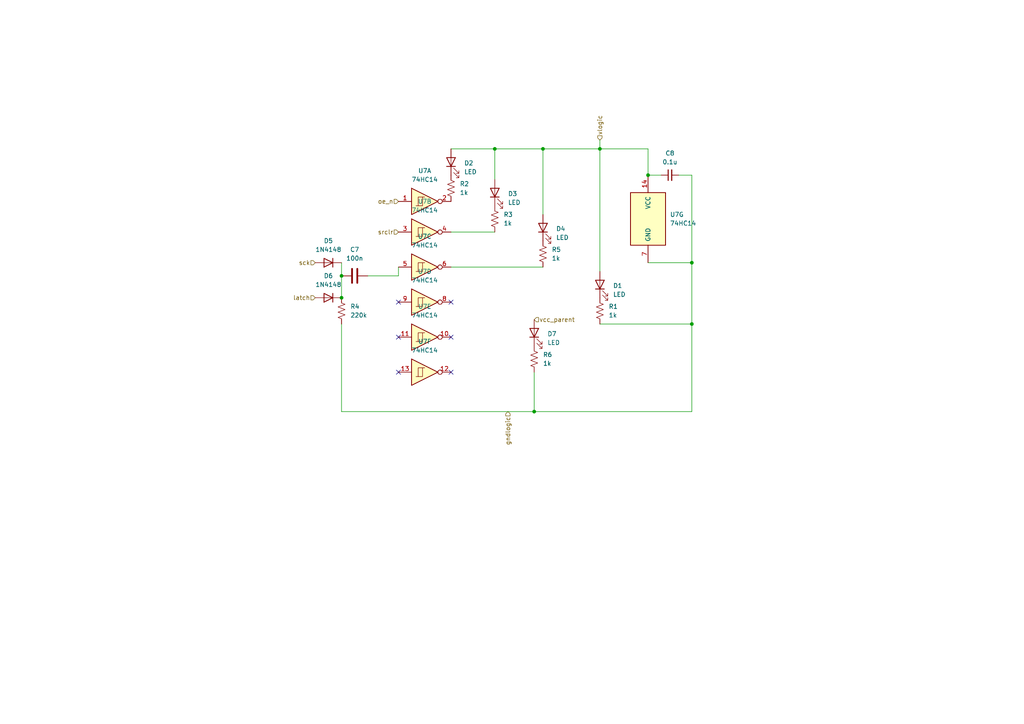
<source format=kicad_sch>
(kicad_sch
	(version 20250114)
	(generator "eeschema")
	(generator_version "9.0")
	(uuid "79caab6b-a392-4d6d-8cd2-2bb6a5da76da")
	(paper "A4")
	(lib_symbols
		(symbol "74xx:74HC14"
			(pin_names
				(offset 1.016)
			)
			(exclude_from_sim no)
			(in_bom yes)
			(on_board yes)
			(property "Reference" "U"
				(at 0 1.27 0)
				(effects
					(font
						(size 1.27 1.27)
					)
				)
			)
			(property "Value" "74HC14"
				(at 0 -1.27 0)
				(effects
					(font
						(size 1.27 1.27)
					)
				)
			)
			(property "Footprint" ""
				(at 0 0 0)
				(effects
					(font
						(size 1.27 1.27)
					)
					(hide yes)
				)
			)
			(property "Datasheet" "http://www.ti.com/lit/gpn/sn74HC14"
				(at 0 0 0)
				(effects
					(font
						(size 1.27 1.27)
					)
					(hide yes)
				)
			)
			(property "Description" "Hex inverter schmitt trigger"
				(at 0 0 0)
				(effects
					(font
						(size 1.27 1.27)
					)
					(hide yes)
				)
			)
			(property "ki_locked" ""
				(at 0 0 0)
				(effects
					(font
						(size 1.27 1.27)
					)
				)
			)
			(property "ki_keywords" "HCMOS not inverter"
				(at 0 0 0)
				(effects
					(font
						(size 1.27 1.27)
					)
					(hide yes)
				)
			)
			(property "ki_fp_filters" "DIP*W7.62mm*"
				(at 0 0 0)
				(effects
					(font
						(size 1.27 1.27)
					)
					(hide yes)
				)
			)
			(symbol "74HC14_1_0"
				(polyline
					(pts
						(xy -3.81 3.81) (xy -3.81 -3.81) (xy 3.81 0) (xy -3.81 3.81)
					)
					(stroke
						(width 0.254)
						(type default)
					)
					(fill
						(type background)
					)
				)
				(pin input line
					(at -7.62 0 0)
					(length 3.81)
					(name "~"
						(effects
							(font
								(size 1.27 1.27)
							)
						)
					)
					(number "1"
						(effects
							(font
								(size 1.27 1.27)
							)
						)
					)
				)
				(pin output inverted
					(at 7.62 0 180)
					(length 3.81)
					(name "~"
						(effects
							(font
								(size 1.27 1.27)
							)
						)
					)
					(number "2"
						(effects
							(font
								(size 1.27 1.27)
							)
						)
					)
				)
			)
			(symbol "74HC14_1_1"
				(polyline
					(pts
						(xy -2.54 -1.27) (xy -0.635 -1.27) (xy -0.635 1.27) (xy 0 1.27)
					)
					(stroke
						(width 0)
						(type default)
					)
					(fill
						(type none)
					)
				)
				(polyline
					(pts
						(xy -1.905 -1.27) (xy -1.905 1.27) (xy -0.635 1.27)
					)
					(stroke
						(width 0)
						(type default)
					)
					(fill
						(type none)
					)
				)
			)
			(symbol "74HC14_2_0"
				(polyline
					(pts
						(xy -3.81 3.81) (xy -3.81 -3.81) (xy 3.81 0) (xy -3.81 3.81)
					)
					(stroke
						(width 0.254)
						(type default)
					)
					(fill
						(type background)
					)
				)
				(pin input line
					(at -7.62 0 0)
					(length 3.81)
					(name "~"
						(effects
							(font
								(size 1.27 1.27)
							)
						)
					)
					(number "3"
						(effects
							(font
								(size 1.27 1.27)
							)
						)
					)
				)
				(pin output inverted
					(at 7.62 0 180)
					(length 3.81)
					(name "~"
						(effects
							(font
								(size 1.27 1.27)
							)
						)
					)
					(number "4"
						(effects
							(font
								(size 1.27 1.27)
							)
						)
					)
				)
			)
			(symbol "74HC14_2_1"
				(polyline
					(pts
						(xy -2.54 -1.27) (xy -0.635 -1.27) (xy -0.635 1.27) (xy 0 1.27)
					)
					(stroke
						(width 0)
						(type default)
					)
					(fill
						(type none)
					)
				)
				(polyline
					(pts
						(xy -1.905 -1.27) (xy -1.905 1.27) (xy -0.635 1.27)
					)
					(stroke
						(width 0)
						(type default)
					)
					(fill
						(type none)
					)
				)
			)
			(symbol "74HC14_3_0"
				(polyline
					(pts
						(xy -3.81 3.81) (xy -3.81 -3.81) (xy 3.81 0) (xy -3.81 3.81)
					)
					(stroke
						(width 0.254)
						(type default)
					)
					(fill
						(type background)
					)
				)
				(pin input line
					(at -7.62 0 0)
					(length 3.81)
					(name "~"
						(effects
							(font
								(size 1.27 1.27)
							)
						)
					)
					(number "5"
						(effects
							(font
								(size 1.27 1.27)
							)
						)
					)
				)
				(pin output inverted
					(at 7.62 0 180)
					(length 3.81)
					(name "~"
						(effects
							(font
								(size 1.27 1.27)
							)
						)
					)
					(number "6"
						(effects
							(font
								(size 1.27 1.27)
							)
						)
					)
				)
			)
			(symbol "74HC14_3_1"
				(polyline
					(pts
						(xy -2.54 -1.27) (xy -0.635 -1.27) (xy -0.635 1.27) (xy 0 1.27)
					)
					(stroke
						(width 0)
						(type default)
					)
					(fill
						(type none)
					)
				)
				(polyline
					(pts
						(xy -1.905 -1.27) (xy -1.905 1.27) (xy -0.635 1.27)
					)
					(stroke
						(width 0)
						(type default)
					)
					(fill
						(type none)
					)
				)
			)
			(symbol "74HC14_4_0"
				(polyline
					(pts
						(xy -3.81 3.81) (xy -3.81 -3.81) (xy 3.81 0) (xy -3.81 3.81)
					)
					(stroke
						(width 0.254)
						(type default)
					)
					(fill
						(type background)
					)
				)
				(pin input line
					(at -7.62 0 0)
					(length 3.81)
					(name "~"
						(effects
							(font
								(size 1.27 1.27)
							)
						)
					)
					(number "9"
						(effects
							(font
								(size 1.27 1.27)
							)
						)
					)
				)
				(pin output inverted
					(at 7.62 0 180)
					(length 3.81)
					(name "~"
						(effects
							(font
								(size 1.27 1.27)
							)
						)
					)
					(number "8"
						(effects
							(font
								(size 1.27 1.27)
							)
						)
					)
				)
			)
			(symbol "74HC14_4_1"
				(polyline
					(pts
						(xy -2.54 -1.27) (xy -0.635 -1.27) (xy -0.635 1.27) (xy 0 1.27)
					)
					(stroke
						(width 0)
						(type default)
					)
					(fill
						(type none)
					)
				)
				(polyline
					(pts
						(xy -1.905 -1.27) (xy -1.905 1.27) (xy -0.635 1.27)
					)
					(stroke
						(width 0)
						(type default)
					)
					(fill
						(type none)
					)
				)
			)
			(symbol "74HC14_5_0"
				(polyline
					(pts
						(xy -3.81 3.81) (xy -3.81 -3.81) (xy 3.81 0) (xy -3.81 3.81)
					)
					(stroke
						(width 0.254)
						(type default)
					)
					(fill
						(type background)
					)
				)
				(pin input line
					(at -7.62 0 0)
					(length 3.81)
					(name "~"
						(effects
							(font
								(size 1.27 1.27)
							)
						)
					)
					(number "11"
						(effects
							(font
								(size 1.27 1.27)
							)
						)
					)
				)
				(pin output inverted
					(at 7.62 0 180)
					(length 3.81)
					(name "~"
						(effects
							(font
								(size 1.27 1.27)
							)
						)
					)
					(number "10"
						(effects
							(font
								(size 1.27 1.27)
							)
						)
					)
				)
			)
			(symbol "74HC14_5_1"
				(polyline
					(pts
						(xy -2.54 -1.27) (xy -0.635 -1.27) (xy -0.635 1.27) (xy 0 1.27)
					)
					(stroke
						(width 0)
						(type default)
					)
					(fill
						(type none)
					)
				)
				(polyline
					(pts
						(xy -1.905 -1.27) (xy -1.905 1.27) (xy -0.635 1.27)
					)
					(stroke
						(width 0)
						(type default)
					)
					(fill
						(type none)
					)
				)
			)
			(symbol "74HC14_6_0"
				(polyline
					(pts
						(xy -3.81 3.81) (xy -3.81 -3.81) (xy 3.81 0) (xy -3.81 3.81)
					)
					(stroke
						(width 0.254)
						(type default)
					)
					(fill
						(type background)
					)
				)
				(pin input line
					(at -7.62 0 0)
					(length 3.81)
					(name "~"
						(effects
							(font
								(size 1.27 1.27)
							)
						)
					)
					(number "13"
						(effects
							(font
								(size 1.27 1.27)
							)
						)
					)
				)
				(pin output inverted
					(at 7.62 0 180)
					(length 3.81)
					(name "~"
						(effects
							(font
								(size 1.27 1.27)
							)
						)
					)
					(number "12"
						(effects
							(font
								(size 1.27 1.27)
							)
						)
					)
				)
			)
			(symbol "74HC14_6_1"
				(polyline
					(pts
						(xy -2.54 -1.27) (xy -0.635 -1.27) (xy -0.635 1.27) (xy 0 1.27)
					)
					(stroke
						(width 0)
						(type default)
					)
					(fill
						(type none)
					)
				)
				(polyline
					(pts
						(xy -1.905 -1.27) (xy -1.905 1.27) (xy -0.635 1.27)
					)
					(stroke
						(width 0)
						(type default)
					)
					(fill
						(type none)
					)
				)
			)
			(symbol "74HC14_7_0"
				(pin power_in line
					(at 0 12.7 270)
					(length 5.08)
					(name "VCC"
						(effects
							(font
								(size 1.27 1.27)
							)
						)
					)
					(number "14"
						(effects
							(font
								(size 1.27 1.27)
							)
						)
					)
				)
				(pin power_in line
					(at 0 -12.7 90)
					(length 5.08)
					(name "GND"
						(effects
							(font
								(size 1.27 1.27)
							)
						)
					)
					(number "7"
						(effects
							(font
								(size 1.27 1.27)
							)
						)
					)
				)
			)
			(symbol "74HC14_7_1"
				(rectangle
					(start -5.08 7.62)
					(end 5.08 -7.62)
					(stroke
						(width 0.254)
						(type default)
					)
					(fill
						(type background)
					)
				)
			)
			(embedded_fonts no)
		)
		(symbol "Device:C"
			(pin_numbers
				(hide yes)
			)
			(pin_names
				(offset 0.254)
			)
			(exclude_from_sim no)
			(in_bom yes)
			(on_board yes)
			(property "Reference" "C"
				(at 0.635 2.54 0)
				(effects
					(font
						(size 1.27 1.27)
					)
					(justify left)
				)
			)
			(property "Value" "C"
				(at 0.635 -2.54 0)
				(effects
					(font
						(size 1.27 1.27)
					)
					(justify left)
				)
			)
			(property "Footprint" ""
				(at 0.9652 -3.81 0)
				(effects
					(font
						(size 1.27 1.27)
					)
					(hide yes)
				)
			)
			(property "Datasheet" "~"
				(at 0 0 0)
				(effects
					(font
						(size 1.27 1.27)
					)
					(hide yes)
				)
			)
			(property "Description" "Unpolarized capacitor"
				(at 0 0 0)
				(effects
					(font
						(size 1.27 1.27)
					)
					(hide yes)
				)
			)
			(property "ki_keywords" "cap capacitor"
				(at 0 0 0)
				(effects
					(font
						(size 1.27 1.27)
					)
					(hide yes)
				)
			)
			(property "ki_fp_filters" "C_*"
				(at 0 0 0)
				(effects
					(font
						(size 1.27 1.27)
					)
					(hide yes)
				)
			)
			(symbol "C_0_1"
				(polyline
					(pts
						(xy -2.032 0.762) (xy 2.032 0.762)
					)
					(stroke
						(width 0.508)
						(type default)
					)
					(fill
						(type none)
					)
				)
				(polyline
					(pts
						(xy -2.032 -0.762) (xy 2.032 -0.762)
					)
					(stroke
						(width 0.508)
						(type default)
					)
					(fill
						(type none)
					)
				)
			)
			(symbol "C_1_1"
				(pin passive line
					(at 0 3.81 270)
					(length 2.794)
					(name "~"
						(effects
							(font
								(size 1.27 1.27)
							)
						)
					)
					(number "1"
						(effects
							(font
								(size 1.27 1.27)
							)
						)
					)
				)
				(pin passive line
					(at 0 -3.81 90)
					(length 2.794)
					(name "~"
						(effects
							(font
								(size 1.27 1.27)
							)
						)
					)
					(number "2"
						(effects
							(font
								(size 1.27 1.27)
							)
						)
					)
				)
			)
			(embedded_fonts no)
		)
		(symbol "Device:C_Small"
			(pin_numbers
				(hide yes)
			)
			(pin_names
				(offset 0.254)
				(hide yes)
			)
			(exclude_from_sim no)
			(in_bom yes)
			(on_board yes)
			(property "Reference" "C"
				(at 0.254 1.778 0)
				(effects
					(font
						(size 1.27 1.27)
					)
					(justify left)
				)
			)
			(property "Value" "C_Small"
				(at 0.254 -2.032 0)
				(effects
					(font
						(size 1.27 1.27)
					)
					(justify left)
				)
			)
			(property "Footprint" ""
				(at 0 0 0)
				(effects
					(font
						(size 1.27 1.27)
					)
					(hide yes)
				)
			)
			(property "Datasheet" "~"
				(at 0 0 0)
				(effects
					(font
						(size 1.27 1.27)
					)
					(hide yes)
				)
			)
			(property "Description" "Unpolarized capacitor, small symbol"
				(at 0 0 0)
				(effects
					(font
						(size 1.27 1.27)
					)
					(hide yes)
				)
			)
			(property "ki_keywords" "capacitor cap"
				(at 0 0 0)
				(effects
					(font
						(size 1.27 1.27)
					)
					(hide yes)
				)
			)
			(property "ki_fp_filters" "C_*"
				(at 0 0 0)
				(effects
					(font
						(size 1.27 1.27)
					)
					(hide yes)
				)
			)
			(symbol "C_Small_0_1"
				(polyline
					(pts
						(xy -1.524 0.508) (xy 1.524 0.508)
					)
					(stroke
						(width 0.3048)
						(type default)
					)
					(fill
						(type none)
					)
				)
				(polyline
					(pts
						(xy -1.524 -0.508) (xy 1.524 -0.508)
					)
					(stroke
						(width 0.3302)
						(type default)
					)
					(fill
						(type none)
					)
				)
			)
			(symbol "C_Small_1_1"
				(pin passive line
					(at 0 2.54 270)
					(length 2.032)
					(name "~"
						(effects
							(font
								(size 1.27 1.27)
							)
						)
					)
					(number "1"
						(effects
							(font
								(size 1.27 1.27)
							)
						)
					)
				)
				(pin passive line
					(at 0 -2.54 90)
					(length 2.032)
					(name "~"
						(effects
							(font
								(size 1.27 1.27)
							)
						)
					)
					(number "2"
						(effects
							(font
								(size 1.27 1.27)
							)
						)
					)
				)
			)
			(embedded_fonts no)
		)
		(symbol "Device:D"
			(pin_numbers
				(hide yes)
			)
			(pin_names
				(offset 1.016)
				(hide yes)
			)
			(exclude_from_sim no)
			(in_bom yes)
			(on_board yes)
			(property "Reference" "D"
				(at 0 2.54 0)
				(effects
					(font
						(size 1.27 1.27)
					)
				)
			)
			(property "Value" "D"
				(at 0 -2.54 0)
				(effects
					(font
						(size 1.27 1.27)
					)
				)
			)
			(property "Footprint" ""
				(at 0 0 0)
				(effects
					(font
						(size 1.27 1.27)
					)
					(hide yes)
				)
			)
			(property "Datasheet" "~"
				(at 0 0 0)
				(effects
					(font
						(size 1.27 1.27)
					)
					(hide yes)
				)
			)
			(property "Description" "Diode"
				(at 0 0 0)
				(effects
					(font
						(size 1.27 1.27)
					)
					(hide yes)
				)
			)
			(property "Sim.Device" "D"
				(at 0 0 0)
				(effects
					(font
						(size 1.27 1.27)
					)
					(hide yes)
				)
			)
			(property "Sim.Pins" "1=K 2=A"
				(at 0 0 0)
				(effects
					(font
						(size 1.27 1.27)
					)
					(hide yes)
				)
			)
			(property "ki_keywords" "diode"
				(at 0 0 0)
				(effects
					(font
						(size 1.27 1.27)
					)
					(hide yes)
				)
			)
			(property "ki_fp_filters" "TO-???* *_Diode_* *SingleDiode* D_*"
				(at 0 0 0)
				(effects
					(font
						(size 1.27 1.27)
					)
					(hide yes)
				)
			)
			(symbol "D_0_1"
				(polyline
					(pts
						(xy -1.27 1.27) (xy -1.27 -1.27)
					)
					(stroke
						(width 0.254)
						(type default)
					)
					(fill
						(type none)
					)
				)
				(polyline
					(pts
						(xy 1.27 1.27) (xy 1.27 -1.27) (xy -1.27 0) (xy 1.27 1.27)
					)
					(stroke
						(width 0.254)
						(type default)
					)
					(fill
						(type none)
					)
				)
				(polyline
					(pts
						(xy 1.27 0) (xy -1.27 0)
					)
					(stroke
						(width 0)
						(type default)
					)
					(fill
						(type none)
					)
				)
			)
			(symbol "D_1_1"
				(pin passive line
					(at -3.81 0 0)
					(length 2.54)
					(name "K"
						(effects
							(font
								(size 1.27 1.27)
							)
						)
					)
					(number "1"
						(effects
							(font
								(size 1.27 1.27)
							)
						)
					)
				)
				(pin passive line
					(at 3.81 0 180)
					(length 2.54)
					(name "A"
						(effects
							(font
								(size 1.27 1.27)
							)
						)
					)
					(number "2"
						(effects
							(font
								(size 1.27 1.27)
							)
						)
					)
				)
			)
			(embedded_fonts no)
		)
		(symbol "Device:LED"
			(pin_numbers
				(hide yes)
			)
			(pin_names
				(offset 1.016)
				(hide yes)
			)
			(exclude_from_sim no)
			(in_bom yes)
			(on_board yes)
			(property "Reference" "D"
				(at 0 2.54 0)
				(effects
					(font
						(size 1.27 1.27)
					)
				)
			)
			(property "Value" "LED"
				(at 0 -2.54 0)
				(effects
					(font
						(size 1.27 1.27)
					)
				)
			)
			(property "Footprint" ""
				(at 0 0 0)
				(effects
					(font
						(size 1.27 1.27)
					)
					(hide yes)
				)
			)
			(property "Datasheet" "~"
				(at 0 0 0)
				(effects
					(font
						(size 1.27 1.27)
					)
					(hide yes)
				)
			)
			(property "Description" "Light emitting diode"
				(at 0 0 0)
				(effects
					(font
						(size 1.27 1.27)
					)
					(hide yes)
				)
			)
			(property "Sim.Pins" "1=K 2=A"
				(at 0 0 0)
				(effects
					(font
						(size 1.27 1.27)
					)
					(hide yes)
				)
			)
			(property "ki_keywords" "LED diode"
				(at 0 0 0)
				(effects
					(font
						(size 1.27 1.27)
					)
					(hide yes)
				)
			)
			(property "ki_fp_filters" "LED* LED_SMD:* LED_THT:*"
				(at 0 0 0)
				(effects
					(font
						(size 1.27 1.27)
					)
					(hide yes)
				)
			)
			(symbol "LED_0_1"
				(polyline
					(pts
						(xy -3.048 -0.762) (xy -4.572 -2.286) (xy -3.81 -2.286) (xy -4.572 -2.286) (xy -4.572 -1.524)
					)
					(stroke
						(width 0)
						(type default)
					)
					(fill
						(type none)
					)
				)
				(polyline
					(pts
						(xy -1.778 -0.762) (xy -3.302 -2.286) (xy -2.54 -2.286) (xy -3.302 -2.286) (xy -3.302 -1.524)
					)
					(stroke
						(width 0)
						(type default)
					)
					(fill
						(type none)
					)
				)
				(polyline
					(pts
						(xy -1.27 0) (xy 1.27 0)
					)
					(stroke
						(width 0)
						(type default)
					)
					(fill
						(type none)
					)
				)
				(polyline
					(pts
						(xy -1.27 -1.27) (xy -1.27 1.27)
					)
					(stroke
						(width 0.254)
						(type default)
					)
					(fill
						(type none)
					)
				)
				(polyline
					(pts
						(xy 1.27 -1.27) (xy 1.27 1.27) (xy -1.27 0) (xy 1.27 -1.27)
					)
					(stroke
						(width 0.254)
						(type default)
					)
					(fill
						(type none)
					)
				)
			)
			(symbol "LED_1_1"
				(pin passive line
					(at -3.81 0 0)
					(length 2.54)
					(name "K"
						(effects
							(font
								(size 1.27 1.27)
							)
						)
					)
					(number "1"
						(effects
							(font
								(size 1.27 1.27)
							)
						)
					)
				)
				(pin passive line
					(at 3.81 0 180)
					(length 2.54)
					(name "A"
						(effects
							(font
								(size 1.27 1.27)
							)
						)
					)
					(number "2"
						(effects
							(font
								(size 1.27 1.27)
							)
						)
					)
				)
			)
			(embedded_fonts no)
		)
		(symbol "Device:R_US"
			(pin_numbers
				(hide yes)
			)
			(pin_names
				(offset 0)
			)
			(exclude_from_sim no)
			(in_bom yes)
			(on_board yes)
			(property "Reference" "R"
				(at 2.54 0 90)
				(effects
					(font
						(size 1.27 1.27)
					)
				)
			)
			(property "Value" "R_US"
				(at -2.54 0 90)
				(effects
					(font
						(size 1.27 1.27)
					)
				)
			)
			(property "Footprint" ""
				(at 1.016 -0.254 90)
				(effects
					(font
						(size 1.27 1.27)
					)
					(hide yes)
				)
			)
			(property "Datasheet" "~"
				(at 0 0 0)
				(effects
					(font
						(size 1.27 1.27)
					)
					(hide yes)
				)
			)
			(property "Description" "Resistor, US symbol"
				(at 0 0 0)
				(effects
					(font
						(size 1.27 1.27)
					)
					(hide yes)
				)
			)
			(property "ki_keywords" "R res resistor"
				(at 0 0 0)
				(effects
					(font
						(size 1.27 1.27)
					)
					(hide yes)
				)
			)
			(property "ki_fp_filters" "R_*"
				(at 0 0 0)
				(effects
					(font
						(size 1.27 1.27)
					)
					(hide yes)
				)
			)
			(symbol "R_US_0_1"
				(polyline
					(pts
						(xy 0 2.286) (xy 0 2.54)
					)
					(stroke
						(width 0)
						(type default)
					)
					(fill
						(type none)
					)
				)
				(polyline
					(pts
						(xy 0 2.286) (xy 1.016 1.905) (xy 0 1.524) (xy -1.016 1.143) (xy 0 0.762)
					)
					(stroke
						(width 0)
						(type default)
					)
					(fill
						(type none)
					)
				)
				(polyline
					(pts
						(xy 0 0.762) (xy 1.016 0.381) (xy 0 0) (xy -1.016 -0.381) (xy 0 -0.762)
					)
					(stroke
						(width 0)
						(type default)
					)
					(fill
						(type none)
					)
				)
				(polyline
					(pts
						(xy 0 -0.762) (xy 1.016 -1.143) (xy 0 -1.524) (xy -1.016 -1.905) (xy 0 -2.286)
					)
					(stroke
						(width 0)
						(type default)
					)
					(fill
						(type none)
					)
				)
				(polyline
					(pts
						(xy 0 -2.286) (xy 0 -2.54)
					)
					(stroke
						(width 0)
						(type default)
					)
					(fill
						(type none)
					)
				)
			)
			(symbol "R_US_1_1"
				(pin passive line
					(at 0 3.81 270)
					(length 1.27)
					(name "~"
						(effects
							(font
								(size 1.27 1.27)
							)
						)
					)
					(number "1"
						(effects
							(font
								(size 1.27 1.27)
							)
						)
					)
				)
				(pin passive line
					(at 0 -3.81 90)
					(length 1.27)
					(name "~"
						(effects
							(font
								(size 1.27 1.27)
							)
						)
					)
					(number "2"
						(effects
							(font
								(size 1.27 1.27)
							)
						)
					)
				)
			)
			(embedded_fonts no)
		)
	)
	(junction
		(at 154.94 119.38)
		(diameter 0)
		(color 0 0 0 0)
		(uuid "23e77b8e-4c34-45c8-b2ec-d74e877d08e8")
	)
	(junction
		(at 200.66 76.2)
		(diameter 0)
		(color 0 0 0 0)
		(uuid "26d9c5c3-8b07-46e9-b68d-b9eefd107e48")
	)
	(junction
		(at 99.06 80.01)
		(diameter 0)
		(color 0 0 0 0)
		(uuid "27d7a4d0-a66c-4a69-b3a3-67d6c2cca9d6")
	)
	(junction
		(at 99.06 86.36)
		(diameter 0)
		(color 0 0 0 0)
		(uuid "393cd93f-7d56-4867-a56d-f13e54667524")
	)
	(junction
		(at 157.48 43.18)
		(diameter 0)
		(color 0 0 0 0)
		(uuid "6370ad5c-502d-4373-a818-7073b0f9e13e")
	)
	(junction
		(at 173.99 43.18)
		(diameter 0)
		(color 0 0 0 0)
		(uuid "65aa9979-862c-4cde-9ad6-9f3ce40edf75")
	)
	(junction
		(at 187.96 50.8)
		(diameter 0)
		(color 0 0 0 0)
		(uuid "78d227bb-2d57-4e3a-b867-dd8d827272b4")
	)
	(junction
		(at 143.51 43.18)
		(diameter 0)
		(color 0 0 0 0)
		(uuid "d446d1d7-1b38-4c96-a459-f0483fdb9822")
	)
	(junction
		(at 200.66 93.98)
		(diameter 0)
		(color 0 0 0 0)
		(uuid "ff326060-2079-43be-95c0-7955d2e1a992")
	)
	(no_connect
		(at 130.81 87.63)
		(uuid "26a1080f-9999-468c-bc42-59302b3b0688")
	)
	(no_connect
		(at 130.81 107.95)
		(uuid "51e77038-1d41-48f2-882d-6e53bf5ceff3")
	)
	(no_connect
		(at 115.57 97.79)
		(uuid "e2a91cfb-2e6a-4e63-a52d-3f684d9d690d")
	)
	(no_connect
		(at 115.57 87.63)
		(uuid "e8affea0-b004-4c3d-9ffd-dc8eb0f282d5")
	)
	(no_connect
		(at 115.57 107.95)
		(uuid "fa2d1e34-0e71-4c3c-867e-e85a45b3e169")
	)
	(no_connect
		(at 130.81 97.79)
		(uuid "fd9f1d91-8f4a-4927-b29d-fdbcebfbe383")
	)
	(wire
		(pts
			(xy 143.51 43.18) (xy 157.48 43.18)
		)
		(stroke
			(width 0)
			(type default)
		)
		(uuid "07af8cfb-d8c2-4534-a96c-7616862bbf2a")
	)
	(wire
		(pts
			(xy 99.06 119.38) (xy 154.94 119.38)
		)
		(stroke
			(width 0)
			(type default)
		)
		(uuid "0c251793-2be8-4593-9777-bf23d19e6315")
	)
	(wire
		(pts
			(xy 157.48 43.18) (xy 157.48 62.23)
		)
		(stroke
			(width 0)
			(type default)
		)
		(uuid "1332c195-34ce-4105-89bd-71431f762e5a")
	)
	(wire
		(pts
			(xy 173.99 43.18) (xy 187.96 43.18)
		)
		(stroke
			(width 0)
			(type default)
		)
		(uuid "1745a58a-4013-43d0-9bf4-70ee642eb1c8")
	)
	(wire
		(pts
			(xy 99.06 76.2) (xy 99.06 80.01)
		)
		(stroke
			(width 0)
			(type default)
		)
		(uuid "1c6c3726-0318-4d16-96c8-3c3ad24386e1")
	)
	(wire
		(pts
			(xy 115.57 80.01) (xy 115.57 77.47)
		)
		(stroke
			(width 0)
			(type default)
		)
		(uuid "2bfe5ded-a1fb-487b-b942-7c7d6c431b23")
	)
	(wire
		(pts
			(xy 154.94 119.38) (xy 200.66 119.38)
		)
		(stroke
			(width 0)
			(type default)
		)
		(uuid "45a049f4-1b3f-4b46-8abc-a74705021b57")
	)
	(wire
		(pts
			(xy 143.51 43.18) (xy 143.51 52.07)
		)
		(stroke
			(width 0)
			(type default)
		)
		(uuid "479ff304-1d17-4d58-b928-1e908b0442a8")
	)
	(wire
		(pts
			(xy 106.68 80.01) (xy 115.57 80.01)
		)
		(stroke
			(width 0)
			(type default)
		)
		(uuid "67dd24d3-0351-40fa-90fc-b1a0762599e1")
	)
	(wire
		(pts
			(xy 191.77 50.8) (xy 187.96 50.8)
		)
		(stroke
			(width 0)
			(type default)
		)
		(uuid "6e140107-a893-4e94-b56c-a103d142dc76")
	)
	(wire
		(pts
			(xy 157.48 43.18) (xy 173.99 43.18)
		)
		(stroke
			(width 0)
			(type default)
		)
		(uuid "6e82f5f2-fe0c-4b02-ac5c-631cf38d7e05")
	)
	(wire
		(pts
			(xy 200.66 50.8) (xy 200.66 76.2)
		)
		(stroke
			(width 0)
			(type default)
		)
		(uuid "718d5991-fe6d-4775-89d6-0d94f39bd462")
	)
	(wire
		(pts
			(xy 173.99 40.64) (xy 173.99 43.18)
		)
		(stroke
			(width 0)
			(type default)
		)
		(uuid "72948c95-56cd-455e-ba75-76e862ef07c7")
	)
	(wire
		(pts
			(xy 99.06 80.01) (xy 99.06 86.36)
		)
		(stroke
			(width 0)
			(type default)
		)
		(uuid "78f40bdf-3c90-48c4-96bb-9f36374c9d59")
	)
	(wire
		(pts
			(xy 130.81 67.31) (xy 143.51 67.31)
		)
		(stroke
			(width 0)
			(type default)
		)
		(uuid "8317321e-9d31-4ec8-a6aa-3af87332d9b8")
	)
	(wire
		(pts
			(xy 196.85 50.8) (xy 200.66 50.8)
		)
		(stroke
			(width 0)
			(type default)
		)
		(uuid "8af0db6a-c078-48f4-8cb7-e17f193df6eb")
	)
	(wire
		(pts
			(xy 187.96 43.18) (xy 187.96 50.8)
		)
		(stroke
			(width 0)
			(type default)
		)
		(uuid "9153294d-c808-4e92-a4f0-55c74a6ce014")
	)
	(wire
		(pts
			(xy 130.81 77.47) (xy 157.48 77.47)
		)
		(stroke
			(width 0)
			(type default)
		)
		(uuid "987b5468-e023-4a06-92b6-10e45e6a7ae1")
	)
	(wire
		(pts
			(xy 173.99 43.18) (xy 173.99 78.74)
		)
		(stroke
			(width 0)
			(type default)
		)
		(uuid "a2ad4c36-e855-4e89-a6f7-1ef284121306")
	)
	(wire
		(pts
			(xy 200.66 76.2) (xy 200.66 93.98)
		)
		(stroke
			(width 0)
			(type default)
		)
		(uuid "af3c1e10-2a7c-410b-8fb7-5889d769802b")
	)
	(wire
		(pts
			(xy 99.06 93.98) (xy 99.06 119.38)
		)
		(stroke
			(width 0)
			(type default)
		)
		(uuid "b3a7343e-aef8-4957-8ff5-4d527eeac176")
	)
	(wire
		(pts
			(xy 200.66 119.38) (xy 200.66 93.98)
		)
		(stroke
			(width 0)
			(type default)
		)
		(uuid "b5c60e7d-b855-4208-b80d-37738eb52e8d")
	)
	(wire
		(pts
			(xy 187.96 76.2) (xy 200.66 76.2)
		)
		(stroke
			(width 0)
			(type default)
		)
		(uuid "c27f44cb-7beb-45c2-8421-69f67d9f3a8e")
	)
	(wire
		(pts
			(xy 154.94 107.95) (xy 154.94 119.38)
		)
		(stroke
			(width 0)
			(type default)
		)
		(uuid "db583e53-6421-4d96-a3d8-3e9f953f271b")
	)
	(wire
		(pts
			(xy 130.81 43.18) (xy 143.51 43.18)
		)
		(stroke
			(width 0)
			(type default)
		)
		(uuid "e9a1093c-e1c5-4185-a992-963725fab28e")
	)
	(wire
		(pts
			(xy 200.66 93.98) (xy 173.99 93.98)
		)
		(stroke
			(width 0)
			(type default)
		)
		(uuid "f38ce007-294f-408e-856c-8bf6dd827869")
	)
	(hierarchical_label "sck"
		(shape input)
		(at 91.44 76.2 180)
		(effects
			(font
				(size 1.27 1.27)
			)
			(justify right)
		)
		(uuid "301cd075-58f2-483f-b353-83495b188528")
	)
	(hierarchical_label "latch"
		(shape input)
		(at 91.44 86.36 180)
		(effects
			(font
				(size 1.27 1.27)
			)
			(justify right)
		)
		(uuid "301cd075-58f2-483f-b353-83495b188528")
	)
	(hierarchical_label "oe_n"
		(shape input)
		(at 115.57 58.42 180)
		(effects
			(font
				(size 1.27 1.27)
			)
			(justify right)
		)
		(uuid "301cd075-58f2-483f-b353-83495b188528")
	)
	(hierarchical_label "srclr"
		(shape input)
		(at 115.57 67.31 180)
		(effects
			(font
				(size 1.27 1.27)
			)
			(justify right)
		)
		(uuid "301cd075-58f2-483f-b353-83495b188528")
	)
	(hierarchical_label "gndlogic"
		(shape input)
		(at 147.32 119.38 270)
		(effects
			(font
				(size 1.27 1.27)
			)
			(justify right)
		)
		(uuid "301cd075-58f2-483f-b353-83495b188528")
	)
	(hierarchical_label "vcc_parent"
		(shape input)
		(at 154.94 92.71 0)
		(effects
			(font
				(size 1.27 1.27)
			)
			(justify left)
		)
		(uuid "3a6beefc-2430-4e5a-bb87-53fe60a956b1")
	)
	(hierarchical_label "vlogic"
		(shape input)
		(at 173.99 40.64 90)
		(effects
			(font
				(size 1.27 1.27)
			)
			(justify left)
		)
		(uuid "41cebf54-4166-4aa7-9966-5cd517901797")
	)
	(symbol
		(lib_id "Device:R_US")
		(at 143.51 63.5 0)
		(unit 1)
		(exclude_from_sim no)
		(in_bom yes)
		(on_board yes)
		(dnp no)
		(fields_autoplaced yes)
		(uuid "06b6c75a-f98f-46ca-8328-196ae98f0bc8")
		(property "Reference" "R3"
			(at 146.05 62.2299 0)
			(effects
				(font
					(size 1.27 1.27)
				)
				(justify left)
			)
		)
		(property "Value" "1k"
			(at 146.05 64.7699 0)
			(effects
				(font
					(size 1.27 1.27)
				)
				(justify left)
			)
		)
		(property "Footprint" "Resistor_SMD:R_0805_2012Metric"
			(at 144.526 63.754 90)
			(effects
				(font
					(size 1.27 1.27)
				)
				(hide yes)
			)
		)
		(property "Datasheet" "~"
			(at 143.51 63.5 0)
			(effects
				(font
					(size 1.27 1.27)
				)
				(hide yes)
			)
		)
		(property "Description" "Resistor, US symbol"
			(at 143.51 63.5 0)
			(effects
				(font
					(size 1.27 1.27)
				)
				(hide yes)
			)
		)
		(pin "2"
			(uuid "f60390f7-834b-4ea0-a932-d005a382fe31")
		)
		(pin "1"
			(uuid "414e6901-3583-4b1a-9d03-f62604db5e74")
		)
		(instances
			(project "OrganSPIToParallel_V001"
				(path "/fd6c92cd-165f-49e4-b03e-7f714f0504e9/e13bc11a-97ee-4f6d-9ea2-1b792ff2e463"
					(reference "R3")
					(unit 1)
				)
			)
		)
	)
	(symbol
		(lib_id "Device:LED")
		(at 130.81 46.99 90)
		(unit 1)
		(exclude_from_sim no)
		(in_bom yes)
		(on_board yes)
		(dnp no)
		(fields_autoplaced yes)
		(uuid "2096adeb-d14f-4b11-a867-5600316d6453")
		(property "Reference" "D2"
			(at 134.62 47.3074 90)
			(effects
				(font
					(size 1.27 1.27)
				)
				(justify right)
			)
		)
		(property "Value" "LED"
			(at 134.62 49.8474 90)
			(effects
				(font
					(size 1.27 1.27)
				)
				(justify right)
			)
		)
		(property "Footprint" "LED_SMD:LED_0805_2012Metric"
			(at 130.81 46.99 0)
			(effects
				(font
					(size 1.27 1.27)
				)
				(hide yes)
			)
		)
		(property "Datasheet" "~"
			(at 130.81 46.99 0)
			(effects
				(font
					(size 1.27 1.27)
				)
				(hide yes)
			)
		)
		(property "Description" "Light emitting diode"
			(at 130.81 46.99 0)
			(effects
				(font
					(size 1.27 1.27)
				)
				(hide yes)
			)
		)
		(property "Sim.Pins" "1=K 2=A"
			(at 130.81 46.99 0)
			(effects
				(font
					(size 1.27 1.27)
				)
				(hide yes)
			)
		)
		(pin "2"
			(uuid "842f4489-4b09-428e-890b-368696e22543")
		)
		(pin "1"
			(uuid "c1371e7b-68d8-45cb-a694-a4efeddcd10f")
		)
		(instances
			(project "OrganSPIToParallel_V001"
				(path "/fd6c92cd-165f-49e4-b03e-7f714f0504e9/e13bc11a-97ee-4f6d-9ea2-1b792ff2e463"
					(reference "D2")
					(unit 1)
				)
			)
		)
	)
	(symbol
		(lib_id "Device:LED")
		(at 157.48 66.04 90)
		(unit 1)
		(exclude_from_sim no)
		(in_bom yes)
		(on_board yes)
		(dnp no)
		(fields_autoplaced yes)
		(uuid "2c80d69c-4d80-4290-87c8-5839de02d5cd")
		(property "Reference" "D4"
			(at 161.29 66.3574 90)
			(effects
				(font
					(size 1.27 1.27)
				)
				(justify right)
			)
		)
		(property "Value" "LED"
			(at 161.29 68.8974 90)
			(effects
				(font
					(size 1.27 1.27)
				)
				(justify right)
			)
		)
		(property "Footprint" "LED_SMD:LED_0805_2012Metric"
			(at 157.48 66.04 0)
			(effects
				(font
					(size 1.27 1.27)
				)
				(hide yes)
			)
		)
		(property "Datasheet" "~"
			(at 157.48 66.04 0)
			(effects
				(font
					(size 1.27 1.27)
				)
				(hide yes)
			)
		)
		(property "Description" "Light emitting diode"
			(at 157.48 66.04 0)
			(effects
				(font
					(size 1.27 1.27)
				)
				(hide yes)
			)
		)
		(property "Sim.Pins" "1=K 2=A"
			(at 157.48 66.04 0)
			(effects
				(font
					(size 1.27 1.27)
				)
				(hide yes)
			)
		)
		(pin "2"
			(uuid "2d8b6237-9234-4d09-85bf-49e0f74d83fd")
		)
		(pin "1"
			(uuid "aa83e8a4-c606-470d-9a6e-c7b21949818d")
		)
		(instances
			(project "OrganSPIToParallel_V001"
				(path "/fd6c92cd-165f-49e4-b03e-7f714f0504e9/e13bc11a-97ee-4f6d-9ea2-1b792ff2e463"
					(reference "D4")
					(unit 1)
				)
			)
		)
	)
	(symbol
		(lib_id "Device:R_US")
		(at 130.81 54.61 0)
		(unit 1)
		(exclude_from_sim no)
		(in_bom yes)
		(on_board yes)
		(dnp no)
		(fields_autoplaced yes)
		(uuid "2f13e5d4-8352-40fa-99ca-8236a3b14758")
		(property "Reference" "R2"
			(at 133.35 53.3399 0)
			(effects
				(font
					(size 1.27 1.27)
				)
				(justify left)
			)
		)
		(property "Value" "1k"
			(at 133.35 55.8799 0)
			(effects
				(font
					(size 1.27 1.27)
				)
				(justify left)
			)
		)
		(property "Footprint" "Resistor_SMD:R_0805_2012Metric"
			(at 131.826 54.864 90)
			(effects
				(font
					(size 1.27 1.27)
				)
				(hide yes)
			)
		)
		(property "Datasheet" "~"
			(at 130.81 54.61 0)
			(effects
				(font
					(size 1.27 1.27)
				)
				(hide yes)
			)
		)
		(property "Description" "Resistor, US symbol"
			(at 130.81 54.61 0)
			(effects
				(font
					(size 1.27 1.27)
				)
				(hide yes)
			)
		)
		(pin "2"
			(uuid "a568aab2-eea5-4d84-aa7e-ea2ebc2d07b1")
		)
		(pin "1"
			(uuid "351ad486-c427-472a-b8b9-b76c7343a1e2")
		)
		(instances
			(project "OrganSPIToParallel_V001"
				(path "/fd6c92cd-165f-49e4-b03e-7f714f0504e9/e13bc11a-97ee-4f6d-9ea2-1b792ff2e463"
					(reference "R2")
					(unit 1)
				)
			)
		)
	)
	(symbol
		(lib_id "Device:D")
		(at 95.25 86.36 180)
		(unit 1)
		(exclude_from_sim no)
		(in_bom yes)
		(on_board yes)
		(dnp no)
		(fields_autoplaced yes)
		(uuid "31be734e-27e8-428d-a958-1f17e7978571")
		(property "Reference" "D6"
			(at 95.25 80.01 0)
			(effects
				(font
					(size 1.27 1.27)
				)
			)
		)
		(property "Value" "1N4148"
			(at 95.25 82.55 0)
			(effects
				(font
					(size 1.27 1.27)
				)
			)
		)
		(property "Footprint" "Diode_SMD:D_0805_2012Metric"
			(at 95.25 86.36 0)
			(effects
				(font
					(size 1.27 1.27)
				)
				(hide yes)
			)
		)
		(property "Datasheet" "~"
			(at 95.25 86.36 0)
			(effects
				(font
					(size 1.27 1.27)
				)
				(hide yes)
			)
		)
		(property "Description" "Diode"
			(at 95.25 86.36 0)
			(effects
				(font
					(size 1.27 1.27)
				)
				(hide yes)
			)
		)
		(property "Sim.Device" "D"
			(at 95.25 86.36 0)
			(effects
				(font
					(size 1.27 1.27)
				)
				(hide yes)
			)
		)
		(property "Sim.Pins" "1=K 2=A"
			(at 95.25 86.36 0)
			(effects
				(font
					(size 1.27 1.27)
				)
				(hide yes)
			)
		)
		(pin "1"
			(uuid "70e1b0d0-e356-4745-ad92-308c51273ef4")
		)
		(pin "2"
			(uuid "2f39098e-12ed-4da5-9050-4976ac0a925d")
		)
		(instances
			(project "OrganSPIToParallel_V001"
				(path "/fd6c92cd-165f-49e4-b03e-7f714f0504e9/e13bc11a-97ee-4f6d-9ea2-1b792ff2e463"
					(reference "D6")
					(unit 1)
				)
			)
		)
	)
	(symbol
		(lib_id "74xx:74HC14")
		(at 123.19 67.31 0)
		(unit 2)
		(exclude_from_sim no)
		(in_bom yes)
		(on_board yes)
		(dnp no)
		(fields_autoplaced yes)
		(uuid "34a1066a-fcf2-4eee-83b0-0226425a33e3")
		(property "Reference" "U7"
			(at 123.19 58.42 0)
			(effects
				(font
					(size 1.27 1.27)
				)
			)
		)
		(property "Value" "74HC14"
			(at 123.19 60.96 0)
			(effects
				(font
					(size 1.27 1.27)
				)
			)
		)
		(property "Footprint" "Package_SO:SOIC-14_3.9x8.7mm_P1.27mm"
			(at 123.19 67.31 0)
			(effects
				(font
					(size 1.27 1.27)
				)
				(hide yes)
			)
		)
		(property "Datasheet" "http://www.ti.com/lit/gpn/sn74HC14"
			(at 123.19 67.31 0)
			(effects
				(font
					(size 1.27 1.27)
				)
				(hide yes)
			)
		)
		(property "Description" "Hex inverter schmitt trigger"
			(at 123.19 67.31 0)
			(effects
				(font
					(size 1.27 1.27)
				)
				(hide yes)
			)
		)
		(pin "14"
			(uuid "836c9f87-821f-4286-bb75-c467f5d820a9")
		)
		(pin "6"
			(uuid "4d617b1f-d722-4934-a521-b88b0c63a606")
		)
		(pin "9"
			(uuid "295e7b8f-ab38-4b8d-9725-fb3f5b580e74")
		)
		(pin "8"
			(uuid "f4db4b42-a48e-43cc-9db3-254ffe6746d6")
		)
		(pin "4"
			(uuid "92090d60-453c-4f50-a9b7-ce12b1a7ef42")
		)
		(pin "5"
			(uuid "c55cb0fd-59ae-4fc5-a8f6-e8f74a2aaa14")
		)
		(pin "11"
			(uuid "ea9570b3-7d86-4a42-a472-7bc87e31764d")
		)
		(pin "3"
			(uuid "d0c2642e-a3aa-4869-9199-878c21323128")
		)
		(pin "1"
			(uuid "3c503a26-f7b7-48e4-87d0-0ea4b3f4c759")
		)
		(pin "10"
			(uuid "9f1ac594-6177-47c8-921b-5a75967ffbb2")
		)
		(pin "2"
			(uuid "9c1bc2f7-bb63-48da-abc3-26085c6ae921")
		)
		(pin "13"
			(uuid "b20d2ac1-13d0-425a-b7f6-9b2410996de0")
		)
		(pin "12"
			(uuid "be2b2663-eb45-4f86-af69-764c577df083")
		)
		(pin "7"
			(uuid "10c34be3-b22c-4afe-bfd8-8821839f2e2e")
		)
		(instances
			(project "OrganSPIToParallel_V001"
				(path "/fd6c92cd-165f-49e4-b03e-7f714f0504e9/e13bc11a-97ee-4f6d-9ea2-1b792ff2e463"
					(reference "U7")
					(unit 2)
				)
			)
		)
	)
	(symbol
		(lib_id "74xx:74HC14")
		(at 123.19 58.42 0)
		(unit 1)
		(exclude_from_sim no)
		(in_bom yes)
		(on_board yes)
		(dnp no)
		(fields_autoplaced yes)
		(uuid "36dfdd57-cfb9-4f0c-8b42-5689e62cd661")
		(property "Reference" "U7"
			(at 123.19 49.53 0)
			(effects
				(font
					(size 1.27 1.27)
				)
			)
		)
		(property "Value" "74HC14"
			(at 123.19 52.07 0)
			(effects
				(font
					(size 1.27 1.27)
				)
			)
		)
		(property "Footprint" "Package_SO:SOIC-14_3.9x8.7mm_P1.27mm"
			(at 123.19 58.42 0)
			(effects
				(font
					(size 1.27 1.27)
				)
				(hide yes)
			)
		)
		(property "Datasheet" "http://www.ti.com/lit/gpn/sn74HC14"
			(at 123.19 58.42 0)
			(effects
				(font
					(size 1.27 1.27)
				)
				(hide yes)
			)
		)
		(property "Description" "Hex inverter schmitt trigger"
			(at 123.19 58.42 0)
			(effects
				(font
					(size 1.27 1.27)
				)
				(hide yes)
			)
		)
		(pin "14"
			(uuid "836c9f87-821f-4286-bb75-c467f5d820a8")
		)
		(pin "6"
			(uuid "4d617b1f-d722-4934-a521-b88b0c63a605")
		)
		(pin "9"
			(uuid "295e7b8f-ab38-4b8d-9725-fb3f5b580e73")
		)
		(pin "8"
			(uuid "f4db4b42-a48e-43cc-9db3-254ffe6746d5")
		)
		(pin "4"
			(uuid "92090d60-453c-4f50-a9b7-ce12b1a7ef41")
		)
		(pin "5"
			(uuid "c55cb0fd-59ae-4fc5-a8f6-e8f74a2aaa13")
		)
		(pin "11"
			(uuid "ea9570b3-7d86-4a42-a472-7bc87e31764c")
		)
		(pin "3"
			(uuid "d0c2642e-a3aa-4869-9199-878c21323127")
		)
		(pin "1"
			(uuid "3c503a26-f7b7-48e4-87d0-0ea4b3f4c758")
		)
		(pin "10"
			(uuid "9f1ac594-6177-47c8-921b-5a75967ffbb1")
		)
		(pin "2"
			(uuid "9c1bc2f7-bb63-48da-abc3-26085c6ae920")
		)
		(pin "13"
			(uuid "b20d2ac1-13d0-425a-b7f6-9b2410996ddf")
		)
		(pin "12"
			(uuid "be2b2663-eb45-4f86-af69-764c577df082")
		)
		(pin "7"
			(uuid "10c34be3-b22c-4afe-bfd8-8821839f2e2d")
		)
		(instances
			(project "OrganSPIToParallel_V001"
				(path "/fd6c92cd-165f-49e4-b03e-7f714f0504e9/e13bc11a-97ee-4f6d-9ea2-1b792ff2e463"
					(reference "U7")
					(unit 1)
				)
			)
		)
	)
	(symbol
		(lib_id "Device:LED")
		(at 173.99 82.55 90)
		(unit 1)
		(exclude_from_sim no)
		(in_bom yes)
		(on_board yes)
		(dnp no)
		(fields_autoplaced yes)
		(uuid "4849991a-7064-4f00-9021-ad934a441930")
		(property "Reference" "D1"
			(at 177.8 82.8674 90)
			(effects
				(font
					(size 1.27 1.27)
				)
				(justify right)
			)
		)
		(property "Value" "LED"
			(at 177.8 85.4074 90)
			(effects
				(font
					(size 1.27 1.27)
				)
				(justify right)
			)
		)
		(property "Footprint" "LED_SMD:LED_0805_2012Metric"
			(at 173.99 82.55 0)
			(effects
				(font
					(size 1.27 1.27)
				)
				(hide yes)
			)
		)
		(property "Datasheet" "~"
			(at 173.99 82.55 0)
			(effects
				(font
					(size 1.27 1.27)
				)
				(hide yes)
			)
		)
		(property "Description" "Light emitting diode"
			(at 173.99 82.55 0)
			(effects
				(font
					(size 1.27 1.27)
				)
				(hide yes)
			)
		)
		(property "Sim.Pins" "1=K 2=A"
			(at 173.99 82.55 0)
			(effects
				(font
					(size 1.27 1.27)
				)
				(hide yes)
			)
		)
		(pin "2"
			(uuid "0ce485bc-9691-4794-aa91-f60902441c9b")
		)
		(pin "1"
			(uuid "ef4d94eb-8d7f-4b99-add6-2b11466f01cf")
		)
		(instances
			(project "OrganSPIToParallel_V001"
				(path "/fd6c92cd-165f-49e4-b03e-7f714f0504e9/e13bc11a-97ee-4f6d-9ea2-1b792ff2e463"
					(reference "D1")
					(unit 1)
				)
			)
		)
	)
	(symbol
		(lib_id "Device:R_US")
		(at 99.06 90.17 0)
		(unit 1)
		(exclude_from_sim no)
		(in_bom yes)
		(on_board yes)
		(dnp no)
		(fields_autoplaced yes)
		(uuid "49189597-d372-4ae8-ab65-ba2640b0145c")
		(property "Reference" "R4"
			(at 101.6 88.8999 0)
			(effects
				(font
					(size 1.27 1.27)
				)
				(justify left)
			)
		)
		(property "Value" "220k"
			(at 101.6 91.4399 0)
			(effects
				(font
					(size 1.27 1.27)
				)
				(justify left)
			)
		)
		(property "Footprint" "Resistor_SMD:R_0805_2012Metric"
			(at 100.076 90.424 90)
			(effects
				(font
					(size 1.27 1.27)
				)
				(hide yes)
			)
		)
		(property "Datasheet" "~"
			(at 99.06 90.17 0)
			(effects
				(font
					(size 1.27 1.27)
				)
				(hide yes)
			)
		)
		(property "Description" "Resistor, US symbol"
			(at 99.06 90.17 0)
			(effects
				(font
					(size 1.27 1.27)
				)
				(hide yes)
			)
		)
		(pin "2"
			(uuid "c77c67cb-f5a2-4304-ae02-29c6de734b13")
		)
		(pin "1"
			(uuid "ebeabd43-20ba-427c-95cf-10f2f219287c")
		)
		(instances
			(project "OrganSPIToParallel_V001"
				(path "/fd6c92cd-165f-49e4-b03e-7f714f0504e9/e13bc11a-97ee-4f6d-9ea2-1b792ff2e463"
					(reference "R4")
					(unit 1)
				)
			)
		)
	)
	(symbol
		(lib_id "74xx:74HC14")
		(at 123.19 87.63 0)
		(unit 4)
		(exclude_from_sim no)
		(in_bom yes)
		(on_board yes)
		(dnp no)
		(fields_autoplaced yes)
		(uuid "4d19bb31-8beb-4305-a293-86044ea41bab")
		(property "Reference" "U7"
			(at 123.19 78.74 0)
			(effects
				(font
					(size 1.27 1.27)
				)
			)
		)
		(property "Value" "74HC14"
			(at 123.19 81.28 0)
			(effects
				(font
					(size 1.27 1.27)
				)
			)
		)
		(property "Footprint" "Package_SO:SOIC-14_3.9x8.7mm_P1.27mm"
			(at 123.19 87.63 0)
			(effects
				(font
					(size 1.27 1.27)
				)
				(hide yes)
			)
		)
		(property "Datasheet" "http://www.ti.com/lit/gpn/sn74HC14"
			(at 123.19 87.63 0)
			(effects
				(font
					(size 1.27 1.27)
				)
				(hide yes)
			)
		)
		(property "Description" "Hex inverter schmitt trigger"
			(at 123.19 87.63 0)
			(effects
				(font
					(size 1.27 1.27)
				)
				(hide yes)
			)
		)
		(pin "14"
			(uuid "836c9f87-821f-4286-bb75-c467f5d820a4")
		)
		(pin "6"
			(uuid "4d617b1f-d722-4934-a521-b88b0c63a601")
		)
		(pin "9"
			(uuid "295e7b8f-ab38-4b8d-9725-fb3f5b580e6f")
		)
		(pin "8"
			(uuid "f4db4b42-a48e-43cc-9db3-254ffe6746d1")
		)
		(pin "4"
			(uuid "92090d60-453c-4f50-a9b7-ce12b1a7ef3d")
		)
		(pin "5"
			(uuid "c55cb0fd-59ae-4fc5-a8f6-e8f74a2aaa0f")
		)
		(pin "11"
			(uuid "ea9570b3-7d86-4a42-a472-7bc87e317648")
		)
		(pin "3"
			(uuid "d0c2642e-a3aa-4869-9199-878c21323123")
		)
		(pin "1"
			(uuid "3c503a26-f7b7-48e4-87d0-0ea4b3f4c754")
		)
		(pin "10"
			(uuid "9f1ac594-6177-47c8-921b-5a75967ffbad")
		)
		(pin "2"
			(uuid "9c1bc2f7-bb63-48da-abc3-26085c6ae91c")
		)
		(pin "13"
			(uuid "b20d2ac1-13d0-425a-b7f6-9b2410996ddb")
		)
		(pin "12"
			(uuid "be2b2663-eb45-4f86-af69-764c577df07e")
		)
		(pin "7"
			(uuid "10c34be3-b22c-4afe-bfd8-8821839f2e29")
		)
		(instances
			(project "OrganSPIToParallel_V001"
				(path "/fd6c92cd-165f-49e4-b03e-7f714f0504e9/e13bc11a-97ee-4f6d-9ea2-1b792ff2e463"
					(reference "U7")
					(unit 4)
				)
			)
		)
	)
	(symbol
		(lib_id "74xx:74HC14")
		(at 187.96 63.5 0)
		(unit 7)
		(exclude_from_sim no)
		(in_bom yes)
		(on_board yes)
		(dnp no)
		(fields_autoplaced yes)
		(uuid "5b6af56c-31d0-4bdc-b069-cbb1aefecdf9")
		(property "Reference" "U7"
			(at 194.31 62.2299 0)
			(effects
				(font
					(size 1.27 1.27)
				)
				(justify left)
			)
		)
		(property "Value" "74HC14"
			(at 194.31 64.7699 0)
			(effects
				(font
					(size 1.27 1.27)
				)
				(justify left)
			)
		)
		(property "Footprint" "Package_SO:SOIC-14_3.9x8.7mm_P1.27mm"
			(at 187.96 63.5 0)
			(effects
				(font
					(size 1.27 1.27)
				)
				(hide yes)
			)
		)
		(property "Datasheet" "http://www.ti.com/lit/gpn/sn74HC14"
			(at 187.96 63.5 0)
			(effects
				(font
					(size 1.27 1.27)
				)
				(hide yes)
			)
		)
		(property "Description" "Hex inverter schmitt trigger"
			(at 187.96 63.5 0)
			(effects
				(font
					(size 1.27 1.27)
				)
				(hide yes)
			)
		)
		(pin "14"
			(uuid "836c9f87-821f-4286-bb75-c467f5d820a7")
		)
		(pin "6"
			(uuid "4d617b1f-d722-4934-a521-b88b0c63a604")
		)
		(pin "9"
			(uuid "295e7b8f-ab38-4b8d-9725-fb3f5b580e72")
		)
		(pin "8"
			(uuid "f4db4b42-a48e-43cc-9db3-254ffe6746d4")
		)
		(pin "4"
			(uuid "92090d60-453c-4f50-a9b7-ce12b1a7ef40")
		)
		(pin "5"
			(uuid "c55cb0fd-59ae-4fc5-a8f6-e8f74a2aaa12")
		)
		(pin "11"
			(uuid "ea9570b3-7d86-4a42-a472-7bc87e31764b")
		)
		(pin "3"
			(uuid "d0c2642e-a3aa-4869-9199-878c21323126")
		)
		(pin "1"
			(uuid "3c503a26-f7b7-48e4-87d0-0ea4b3f4c757")
		)
		(pin "10"
			(uuid "9f1ac594-6177-47c8-921b-5a75967ffbb0")
		)
		(pin "2"
			(uuid "9c1bc2f7-bb63-48da-abc3-26085c6ae91f")
		)
		(pin "13"
			(uuid "b20d2ac1-13d0-425a-b7f6-9b2410996dde")
		)
		(pin "12"
			(uuid "be2b2663-eb45-4f86-af69-764c577df081")
		)
		(pin "7"
			(uuid "10c34be3-b22c-4afe-bfd8-8821839f2e2c")
		)
		(instances
			(project "OrganSPIToParallel_V001"
				(path "/fd6c92cd-165f-49e4-b03e-7f714f0504e9/e13bc11a-97ee-4f6d-9ea2-1b792ff2e463"
					(reference "U7")
					(unit 7)
				)
			)
		)
	)
	(symbol
		(lib_id "Device:C")
		(at 102.87 80.01 90)
		(unit 1)
		(exclude_from_sim no)
		(in_bom yes)
		(on_board yes)
		(dnp no)
		(fields_autoplaced yes)
		(uuid "6570129c-518c-44d5-83ef-4bfc4f53304b")
		(property "Reference" "C7"
			(at 102.87 72.39 90)
			(effects
				(font
					(size 1.27 1.27)
				)
			)
		)
		(property "Value" "100n"
			(at 102.87 74.93 90)
			(effects
				(font
					(size 1.27 1.27)
				)
			)
		)
		(property "Footprint" "Capacitor_SMD:C_0805_2012Metric"
			(at 106.68 79.0448 0)
			(effects
				(font
					(size 1.27 1.27)
				)
				(hide yes)
			)
		)
		(property "Datasheet" "~"
			(at 102.87 80.01 0)
			(effects
				(font
					(size 1.27 1.27)
				)
				(hide yes)
			)
		)
		(property "Description" "Unpolarized capacitor"
			(at 102.87 80.01 0)
			(effects
				(font
					(size 1.27 1.27)
				)
				(hide yes)
			)
		)
		(pin "2"
			(uuid "71ed1bd6-21a0-4849-9196-e876f66fd0d6")
		)
		(pin "1"
			(uuid "f765485f-870a-49e8-b871-a55fd013628d")
		)
		(instances
			(project "OrganSPIToParallel_V001"
				(path "/fd6c92cd-165f-49e4-b03e-7f714f0504e9/e13bc11a-97ee-4f6d-9ea2-1b792ff2e463"
					(reference "C7")
					(unit 1)
				)
			)
		)
	)
	(symbol
		(lib_id "74xx:74HC14")
		(at 123.19 77.47 0)
		(unit 3)
		(exclude_from_sim no)
		(in_bom yes)
		(on_board yes)
		(dnp no)
		(fields_autoplaced yes)
		(uuid "7d5e33ae-a8fd-4cce-bfe8-fab1857b0066")
		(property "Reference" "U7"
			(at 123.19 68.58 0)
			(effects
				(font
					(size 1.27 1.27)
				)
			)
		)
		(property "Value" "74HC14"
			(at 123.19 71.12 0)
			(effects
				(font
					(size 1.27 1.27)
				)
			)
		)
		(property "Footprint" "Package_SO:SOIC-14_3.9x8.7mm_P1.27mm"
			(at 123.19 77.47 0)
			(effects
				(font
					(size 1.27 1.27)
				)
				(hide yes)
			)
		)
		(property "Datasheet" "http://www.ti.com/lit/gpn/sn74HC14"
			(at 123.19 77.47 0)
			(effects
				(font
					(size 1.27 1.27)
				)
				(hide yes)
			)
		)
		(property "Description" "Hex inverter schmitt trigger"
			(at 123.19 77.47 0)
			(effects
				(font
					(size 1.27 1.27)
				)
				(hide yes)
			)
		)
		(pin "14"
			(uuid "836c9f87-821f-4286-bb75-c467f5d820aa")
		)
		(pin "6"
			(uuid "4d617b1f-d722-4934-a521-b88b0c63a607")
		)
		(pin "9"
			(uuid "295e7b8f-ab38-4b8d-9725-fb3f5b580e75")
		)
		(pin "8"
			(uuid "f4db4b42-a48e-43cc-9db3-254ffe6746d7")
		)
		(pin "4"
			(uuid "92090d60-453c-4f50-a9b7-ce12b1a7ef43")
		)
		(pin "5"
			(uuid "c55cb0fd-59ae-4fc5-a8f6-e8f74a2aaa15")
		)
		(pin "11"
			(uuid "ea9570b3-7d86-4a42-a472-7bc87e31764e")
		)
		(pin "3"
			(uuid "d0c2642e-a3aa-4869-9199-878c21323129")
		)
		(pin "1"
			(uuid "3c503a26-f7b7-48e4-87d0-0ea4b3f4c75a")
		)
		(pin "10"
			(uuid "9f1ac594-6177-47c8-921b-5a75967ffbb3")
		)
		(pin "2"
			(uuid "9c1bc2f7-bb63-48da-abc3-26085c6ae922")
		)
		(pin "13"
			(uuid "b20d2ac1-13d0-425a-b7f6-9b2410996de1")
		)
		(pin "12"
			(uuid "be2b2663-eb45-4f86-af69-764c577df084")
		)
		(pin "7"
			(uuid "10c34be3-b22c-4afe-bfd8-8821839f2e2f")
		)
		(instances
			(project "OrganSPIToParallel_V001"
				(path "/fd6c92cd-165f-49e4-b03e-7f714f0504e9/e13bc11a-97ee-4f6d-9ea2-1b792ff2e463"
					(reference "U7")
					(unit 3)
				)
			)
		)
	)
	(symbol
		(lib_id "Device:R_US")
		(at 154.94 104.14 0)
		(unit 1)
		(exclude_from_sim no)
		(in_bom yes)
		(on_board yes)
		(dnp no)
		(fields_autoplaced yes)
		(uuid "8432cd01-a0d7-4fd0-a0c9-a9e8558a7b5c")
		(property "Reference" "R6"
			(at 157.48 102.8699 0)
			(effects
				(font
					(size 1.27 1.27)
				)
				(justify left)
			)
		)
		(property "Value" "1k"
			(at 157.48 105.4099 0)
			(effects
				(font
					(size 1.27 1.27)
				)
				(justify left)
			)
		)
		(property "Footprint" "Resistor_SMD:R_0805_2012Metric"
			(at 155.956 104.394 90)
			(effects
				(font
					(size 1.27 1.27)
				)
				(hide yes)
			)
		)
		(property "Datasheet" "~"
			(at 154.94 104.14 0)
			(effects
				(font
					(size 1.27 1.27)
				)
				(hide yes)
			)
		)
		(property "Description" "Resistor, US symbol"
			(at 154.94 104.14 0)
			(effects
				(font
					(size 1.27 1.27)
				)
				(hide yes)
			)
		)
		(pin "2"
			(uuid "48dbb911-ff01-4592-8b83-694264da4d09")
		)
		(pin "1"
			(uuid "acc7b427-8533-49b3-99b9-20b477edc08f")
		)
		(instances
			(project "OrganSPIToParallel_V001"
				(path "/fd6c92cd-165f-49e4-b03e-7f714f0504e9/e13bc11a-97ee-4f6d-9ea2-1b792ff2e463"
					(reference "R6")
					(unit 1)
				)
			)
		)
	)
	(symbol
		(lib_id "Device:LED")
		(at 154.94 96.52 90)
		(unit 1)
		(exclude_from_sim no)
		(in_bom yes)
		(on_board yes)
		(dnp no)
		(fields_autoplaced yes)
		(uuid "941cfc9a-f325-4bc4-a41b-202ba6364b61")
		(property "Reference" "D7"
			(at 158.75 96.8374 90)
			(effects
				(font
					(size 1.27 1.27)
				)
				(justify right)
			)
		)
		(property "Value" "LED"
			(at 158.75 99.3774 90)
			(effects
				(font
					(size 1.27 1.27)
				)
				(justify right)
			)
		)
		(property "Footprint" "LED_SMD:LED_0805_2012Metric"
			(at 154.94 96.52 0)
			(effects
				(font
					(size 1.27 1.27)
				)
				(hide yes)
			)
		)
		(property "Datasheet" "~"
			(at 154.94 96.52 0)
			(effects
				(font
					(size 1.27 1.27)
				)
				(hide yes)
			)
		)
		(property "Description" "Light emitting diode"
			(at 154.94 96.52 0)
			(effects
				(font
					(size 1.27 1.27)
				)
				(hide yes)
			)
		)
		(property "Sim.Pins" "1=K 2=A"
			(at 154.94 96.52 0)
			(effects
				(font
					(size 1.27 1.27)
				)
				(hide yes)
			)
		)
		(pin "2"
			(uuid "b86b3547-6451-4503-97eb-5f76452d848d")
		)
		(pin "1"
			(uuid "af30f128-3d3d-4d27-8728-4f4caf140813")
		)
		(instances
			(project "OrganSPIToParallel_V001"
				(path "/fd6c92cd-165f-49e4-b03e-7f714f0504e9/e13bc11a-97ee-4f6d-9ea2-1b792ff2e463"
					(reference "D7")
					(unit 1)
				)
			)
		)
	)
	(symbol
		(lib_id "Device:C_Small")
		(at 194.31 50.8 90)
		(unit 1)
		(exclude_from_sim no)
		(in_bom yes)
		(on_board yes)
		(dnp no)
		(fields_autoplaced yes)
		(uuid "a409bc9a-ee04-40a7-84af-4d6266dcf86e")
		(property "Reference" "C8"
			(at 194.3163 44.45 90)
			(effects
				(font
					(size 1.27 1.27)
				)
			)
		)
		(property "Value" "0.1u"
			(at 194.3163 46.99 90)
			(effects
				(font
					(size 1.27 1.27)
				)
			)
		)
		(property "Footprint" "Capacitor_SMD:C_0805_2012Metric"
			(at 194.31 50.8 0)
			(effects
				(font
					(size 1.27 1.27)
				)
				(hide yes)
			)
		)
		(property "Datasheet" "~"
			(at 194.31 50.8 0)
			(effects
				(font
					(size 1.27 1.27)
				)
				(hide yes)
			)
		)
		(property "Description" "Unpolarized capacitor, small symbol"
			(at 194.31 50.8 0)
			(effects
				(font
					(size 1.27 1.27)
				)
				(hide yes)
			)
		)
		(pin "1"
			(uuid "0edd289f-d7f9-470d-8dd2-259663fcb8b4")
		)
		(pin "2"
			(uuid "0ca03157-eba3-4568-ab7e-553c0d2eaf39")
		)
		(instances
			(project "OrganSPIToParallel_V001"
				(path "/fd6c92cd-165f-49e4-b03e-7f714f0504e9/e13bc11a-97ee-4f6d-9ea2-1b792ff2e463"
					(reference "C8")
					(unit 1)
				)
			)
		)
	)
	(symbol
		(lib_id "74xx:74HC14")
		(at 123.19 107.95 0)
		(unit 6)
		(exclude_from_sim no)
		(in_bom yes)
		(on_board yes)
		(dnp no)
		(fields_autoplaced yes)
		(uuid "a48966b8-0b6a-425a-ab32-26c2365e91c8")
		(property "Reference" "U7"
			(at 123.19 99.06 0)
			(effects
				(font
					(size 1.27 1.27)
				)
			)
		)
		(property "Value" "74HC14"
			(at 123.19 101.6 0)
			(effects
				(font
					(size 1.27 1.27)
				)
			)
		)
		(property "Footprint" "Package_SO:SOIC-14_3.9x8.7mm_P1.27mm"
			(at 123.19 107.95 0)
			(effects
				(font
					(size 1.27 1.27)
				)
				(hide yes)
			)
		)
		(property "Datasheet" "http://www.ti.com/lit/gpn/sn74HC14"
			(at 123.19 107.95 0)
			(effects
				(font
					(size 1.27 1.27)
				)
				(hide yes)
			)
		)
		(property "Description" "Hex inverter schmitt trigger"
			(at 123.19 107.95 0)
			(effects
				(font
					(size 1.27 1.27)
				)
				(hide yes)
			)
		)
		(pin "14"
			(uuid "836c9f87-821f-4286-bb75-c467f5d820a6")
		)
		(pin "6"
			(uuid "4d617b1f-d722-4934-a521-b88b0c63a603")
		)
		(pin "9"
			(uuid "295e7b8f-ab38-4b8d-9725-fb3f5b580e71")
		)
		(pin "8"
			(uuid "f4db4b42-a48e-43cc-9db3-254ffe6746d3")
		)
		(pin "4"
			(uuid "92090d60-453c-4f50-a9b7-ce12b1a7ef3f")
		)
		(pin "5"
			(uuid "c55cb0fd-59ae-4fc5-a8f6-e8f74a2aaa11")
		)
		(pin "11"
			(uuid "ea9570b3-7d86-4a42-a472-7bc87e31764a")
		)
		(pin "3"
			(uuid "d0c2642e-a3aa-4869-9199-878c21323125")
		)
		(pin "1"
			(uuid "3c503a26-f7b7-48e4-87d0-0ea4b3f4c756")
		)
		(pin "10"
			(uuid "9f1ac594-6177-47c8-921b-5a75967ffbaf")
		)
		(pin "2"
			(uuid "9c1bc2f7-bb63-48da-abc3-26085c6ae91e")
		)
		(pin "13"
			(uuid "b20d2ac1-13d0-425a-b7f6-9b2410996ddd")
		)
		(pin "12"
			(uuid "be2b2663-eb45-4f86-af69-764c577df080")
		)
		(pin "7"
			(uuid "10c34be3-b22c-4afe-bfd8-8821839f2e2b")
		)
		(instances
			(project "OrganSPIToParallel_V001"
				(path "/fd6c92cd-165f-49e4-b03e-7f714f0504e9/e13bc11a-97ee-4f6d-9ea2-1b792ff2e463"
					(reference "U7")
					(unit 6)
				)
			)
		)
	)
	(symbol
		(lib_id "74xx:74HC14")
		(at 123.19 97.79 0)
		(unit 5)
		(exclude_from_sim no)
		(in_bom yes)
		(on_board yes)
		(dnp no)
		(fields_autoplaced yes)
		(uuid "accce2ca-7467-4f1d-a218-60962a73c2ee")
		(property "Reference" "U7"
			(at 123.19 88.9 0)
			(effects
				(font
					(size 1.27 1.27)
				)
			)
		)
		(property "Value" "74HC14"
			(at 123.19 91.44 0)
			(effects
				(font
					(size 1.27 1.27)
				)
			)
		)
		(property "Footprint" "Package_SO:SOIC-14_3.9x8.7mm_P1.27mm"
			(at 123.19 97.79 0)
			(effects
				(font
					(size 1.27 1.27)
				)
				(hide yes)
			)
		)
		(property "Datasheet" "http://www.ti.com/lit/gpn/sn74HC14"
			(at 123.19 97.79 0)
			(effects
				(font
					(size 1.27 1.27)
				)
				(hide yes)
			)
		)
		(property "Description" "Hex inverter schmitt trigger"
			(at 123.19 97.79 0)
			(effects
				(font
					(size 1.27 1.27)
				)
				(hide yes)
			)
		)
		(pin "14"
			(uuid "836c9f87-821f-4286-bb75-c467f5d820a5")
		)
		(pin "6"
			(uuid "4d617b1f-d722-4934-a521-b88b0c63a602")
		)
		(pin "9"
			(uuid "295e7b8f-ab38-4b8d-9725-fb3f5b580e70")
		)
		(pin "8"
			(uuid "f4db4b42-a48e-43cc-9db3-254ffe6746d2")
		)
		(pin "4"
			(uuid "92090d60-453c-4f50-a9b7-ce12b1a7ef3e")
		)
		(pin "5"
			(uuid "c55cb0fd-59ae-4fc5-a8f6-e8f74a2aaa10")
		)
		(pin "11"
			(uuid "ea9570b3-7d86-4a42-a472-7bc87e317649")
		)
		(pin "3"
			(uuid "d0c2642e-a3aa-4869-9199-878c21323124")
		)
		(pin "1"
			(uuid "3c503a26-f7b7-48e4-87d0-0ea4b3f4c755")
		)
		(pin "10"
			(uuid "9f1ac594-6177-47c8-921b-5a75967ffbae")
		)
		(pin "2"
			(uuid "9c1bc2f7-bb63-48da-abc3-26085c6ae91d")
		)
		(pin "13"
			(uuid "b20d2ac1-13d0-425a-b7f6-9b2410996ddc")
		)
		(pin "12"
			(uuid "be2b2663-eb45-4f86-af69-764c577df07f")
		)
		(pin "7"
			(uuid "10c34be3-b22c-4afe-bfd8-8821839f2e2a")
		)
		(instances
			(project "OrganSPIToParallel_V001"
				(path "/fd6c92cd-165f-49e4-b03e-7f714f0504e9/e13bc11a-97ee-4f6d-9ea2-1b792ff2e463"
					(reference "U7")
					(unit 5)
				)
			)
		)
	)
	(symbol
		(lib_id "Device:R_US")
		(at 173.99 90.17 0)
		(unit 1)
		(exclude_from_sim no)
		(in_bom yes)
		(on_board yes)
		(dnp no)
		(fields_autoplaced yes)
		(uuid "da18af62-7193-47c6-ba41-4f2b10ed46f2")
		(property "Reference" "R1"
			(at 176.53 88.8999 0)
			(effects
				(font
					(size 1.27 1.27)
				)
				(justify left)
			)
		)
		(property "Value" "1k"
			(at 176.53 91.4399 0)
			(effects
				(font
					(size 1.27 1.27)
				)
				(justify left)
			)
		)
		(property "Footprint" "Resistor_SMD:R_0805_2012Metric"
			(at 175.006 90.424 90)
			(effects
				(font
					(size 1.27 1.27)
				)
				(hide yes)
			)
		)
		(property "Datasheet" "~"
			(at 173.99 90.17 0)
			(effects
				(font
					(size 1.27 1.27)
				)
				(hide yes)
			)
		)
		(property "Description" "Resistor, US symbol"
			(at 173.99 90.17 0)
			(effects
				(font
					(size 1.27 1.27)
				)
				(hide yes)
			)
		)
		(pin "2"
			(uuid "8f1b639f-2965-4a92-ab32-d13a88387305")
		)
		(pin "1"
			(uuid "1abcac52-d2c6-4f93-9532-3854658a4ea9")
		)
		(instances
			(project "OrganSPIToParallel_V001"
				(path "/fd6c92cd-165f-49e4-b03e-7f714f0504e9/e13bc11a-97ee-4f6d-9ea2-1b792ff2e463"
					(reference "R1")
					(unit 1)
				)
			)
		)
	)
	(symbol
		(lib_id "Device:R_US")
		(at 157.48 73.66 0)
		(unit 1)
		(exclude_from_sim no)
		(in_bom yes)
		(on_board yes)
		(dnp no)
		(fields_autoplaced yes)
		(uuid "f0553580-17e7-498d-8c89-c7625c0a2220")
		(property "Reference" "R5"
			(at 160.02 72.3899 0)
			(effects
				(font
					(size 1.27 1.27)
				)
				(justify left)
			)
		)
		(property "Value" "1k"
			(at 160.02 74.9299 0)
			(effects
				(font
					(size 1.27 1.27)
				)
				(justify left)
			)
		)
		(property "Footprint" "Resistor_SMD:R_0805_2012Metric"
			(at 158.496 73.914 90)
			(effects
				(font
					(size 1.27 1.27)
				)
				(hide yes)
			)
		)
		(property "Datasheet" "~"
			(at 157.48 73.66 0)
			(effects
				(font
					(size 1.27 1.27)
				)
				(hide yes)
			)
		)
		(property "Description" "Resistor, US symbol"
			(at 157.48 73.66 0)
			(effects
				(font
					(size 1.27 1.27)
				)
				(hide yes)
			)
		)
		(pin "2"
			(uuid "77b7f34b-fc53-444c-8a29-4f63cd5faf73")
		)
		(pin "1"
			(uuid "40b01989-8235-4409-b28f-dddebf1487f8")
		)
		(instances
			(project "OrganSPIToParallel_V001"
				(path "/fd6c92cd-165f-49e4-b03e-7f714f0504e9/e13bc11a-97ee-4f6d-9ea2-1b792ff2e463"
					(reference "R5")
					(unit 1)
				)
			)
		)
	)
	(symbol
		(lib_id "Device:LED")
		(at 143.51 55.88 90)
		(unit 1)
		(exclude_from_sim no)
		(in_bom yes)
		(on_board yes)
		(dnp no)
		(fields_autoplaced yes)
		(uuid "faa3415d-6b20-49c0-89a9-3163d142fa46")
		(property "Reference" "D3"
			(at 147.32 56.1974 90)
			(effects
				(font
					(size 1.27 1.27)
				)
				(justify right)
			)
		)
		(property "Value" "LED"
			(at 147.32 58.7374 90)
			(effects
				(font
					(size 1.27 1.27)
				)
				(justify right)
			)
		)
		(property "Footprint" "LED_SMD:LED_0805_2012Metric"
			(at 143.51 55.88 0)
			(effects
				(font
					(size 1.27 1.27)
				)
				(hide yes)
			)
		)
		(property "Datasheet" "~"
			(at 143.51 55.88 0)
			(effects
				(font
					(size 1.27 1.27)
				)
				(hide yes)
			)
		)
		(property "Description" "Light emitting diode"
			(at 143.51 55.88 0)
			(effects
				(font
					(size 1.27 1.27)
				)
				(hide yes)
			)
		)
		(property "Sim.Pins" "1=K 2=A"
			(at 143.51 55.88 0)
			(effects
				(font
					(size 1.27 1.27)
				)
				(hide yes)
			)
		)
		(pin "2"
			(uuid "89ac7a1d-43f3-49f8-8fd5-1e54226e7534")
		)
		(pin "1"
			(uuid "d4aba507-c962-4279-8702-579dc10f7d08")
		)
		(instances
			(project "OrganSPIToParallel_V001"
				(path "/fd6c92cd-165f-49e4-b03e-7f714f0504e9/e13bc11a-97ee-4f6d-9ea2-1b792ff2e463"
					(reference "D3")
					(unit 1)
				)
			)
		)
	)
	(symbol
		(lib_id "Device:D")
		(at 95.25 76.2 180)
		(unit 1)
		(exclude_from_sim no)
		(in_bom yes)
		(on_board yes)
		(dnp no)
		(fields_autoplaced yes)
		(uuid "fd240840-39a8-4a93-b961-1bcc699b221e")
		(property "Reference" "D5"
			(at 95.25 69.85 0)
			(effects
				(font
					(size 1.27 1.27)
				)
			)
		)
		(property "Value" "1N4148"
			(at 95.25 72.39 0)
			(effects
				(font
					(size 1.27 1.27)
				)
			)
		)
		(property "Footprint" "Diode_SMD:D_0805_2012Metric"
			(at 95.25 76.2 0)
			(effects
				(font
					(size 1.27 1.27)
				)
				(hide yes)
			)
		)
		(property "Datasheet" "~"
			(at 95.25 76.2 0)
			(effects
				(font
					(size 1.27 1.27)
				)
				(hide yes)
			)
		)
		(property "Description" "Diode"
			(at 95.25 76.2 0)
			(effects
				(font
					(size 1.27 1.27)
				)
				(hide yes)
			)
		)
		(property "Sim.Device" "D"
			(at 95.25 76.2 0)
			(effects
				(font
					(size 1.27 1.27)
				)
				(hide yes)
			)
		)
		(property "Sim.Pins" "1=K 2=A"
			(at 95.25 76.2 0)
			(effects
				(font
					(size 1.27 1.27)
				)
				(hide yes)
			)
		)
		(pin "1"
			(uuid "38051ded-3045-4883-8062-585515748be6")
		)
		(pin "2"
			(uuid "b4d86f15-9e60-4655-a05d-716f3e5f89c8")
		)
		(instances
			(project "OrganSPIToParallel_V001"
				(path "/fd6c92cd-165f-49e4-b03e-7f714f0504e9/e13bc11a-97ee-4f6d-9ea2-1b792ff2e463"
					(reference "D5")
					(unit 1)
				)
			)
		)
	)
)

</source>
